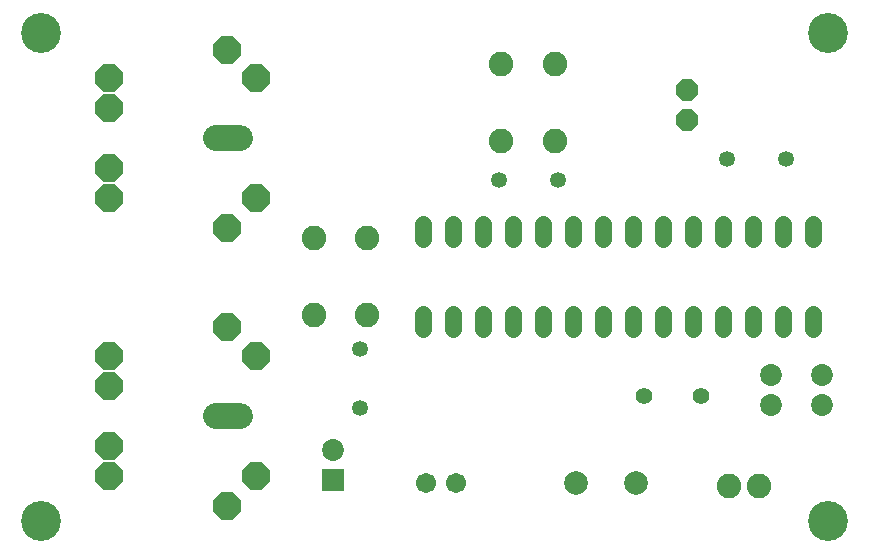
<source format=gbs>
G75*
G70*
%OFA0B0*%
%FSLAX24Y24*%
%IPPOS*%
%LPD*%
%AMOC8*
5,1,8,0,0,1.08239X$1,22.5*
%
%ADD10C,0.1330*%
%ADD11C,0.0560*%
%ADD12C,0.0820*%
%ADD13C,0.0530*%
%ADD14C,0.0560*%
%ADD15C,0.0730*%
%ADD16C,0.0860*%
%ADD17OC8,0.0940*%
%ADD18OC8,0.0740*%
%ADD19C,0.0671*%
%ADD20C,0.0789*%
%ADD21R,0.0730X0.0730*%
D10*
X001351Y001441D03*
X001351Y017691D03*
X027601Y017691D03*
X027601Y001441D03*
D11*
X027101Y007851D02*
X027101Y008331D01*
X026101Y008331D02*
X026101Y007851D01*
X025101Y007851D02*
X025101Y008331D01*
X024101Y008331D02*
X024101Y007851D01*
X023101Y007851D02*
X023101Y008331D01*
X022101Y008331D02*
X022101Y007851D01*
X021101Y007851D02*
X021101Y008331D01*
X020101Y008331D02*
X020101Y007851D01*
X019101Y007851D02*
X019101Y008331D01*
X018101Y008331D02*
X018101Y007851D01*
X017101Y007851D02*
X017101Y008331D01*
X016101Y008331D02*
X016101Y007851D01*
X015101Y007851D02*
X015101Y008331D01*
X014101Y008331D02*
X014101Y007851D01*
X014101Y010851D02*
X014101Y011331D01*
X015101Y011331D02*
X015101Y010851D01*
X016101Y010851D02*
X016101Y011331D01*
X017101Y011331D02*
X017101Y010851D01*
X018101Y010851D02*
X018101Y011331D01*
X019101Y011331D02*
X019101Y010851D01*
X020101Y010851D02*
X020101Y011331D01*
X021101Y011331D02*
X021101Y010851D01*
X022101Y010851D02*
X022101Y011331D01*
X023101Y011331D02*
X023101Y010851D01*
X024101Y010851D02*
X024101Y011331D01*
X025101Y011331D02*
X025101Y010851D01*
X026101Y010851D02*
X026101Y011331D01*
X027101Y011331D02*
X027101Y010851D01*
D12*
X018491Y014111D03*
X016711Y014111D03*
X016711Y016671D03*
X018491Y016671D03*
X012241Y010871D03*
X010461Y010871D03*
X010461Y008311D03*
X012241Y008311D03*
X024301Y002591D03*
X025301Y002591D03*
D13*
X012001Y005207D03*
X012001Y007176D03*
X016617Y012791D03*
X018585Y012791D03*
X024217Y013491D03*
X026185Y013491D03*
D14*
X023351Y005591D03*
X021451Y005591D03*
D15*
X025701Y005291D03*
X025701Y006291D03*
X027401Y006291D03*
X027401Y005291D03*
X011101Y003791D03*
D16*
X007983Y004941D02*
X007203Y004941D01*
X007203Y014191D02*
X007983Y014191D01*
D17*
X008514Y012191D03*
X007554Y011191D03*
X003632Y012191D03*
X003632Y013191D03*
X003632Y015191D03*
X003632Y016191D03*
X007554Y017152D03*
X008514Y016191D03*
X007554Y007902D03*
X008514Y006941D03*
X003632Y006941D03*
X003632Y005941D03*
X003632Y003941D03*
X003632Y002941D03*
X007554Y001941D03*
X008514Y002941D03*
D18*
X022901Y014791D03*
X022901Y015791D03*
D19*
X015201Y002691D03*
X014201Y002691D03*
D20*
X019201Y002691D03*
X021201Y002691D03*
D21*
X011101Y002791D03*
M02*

</source>
